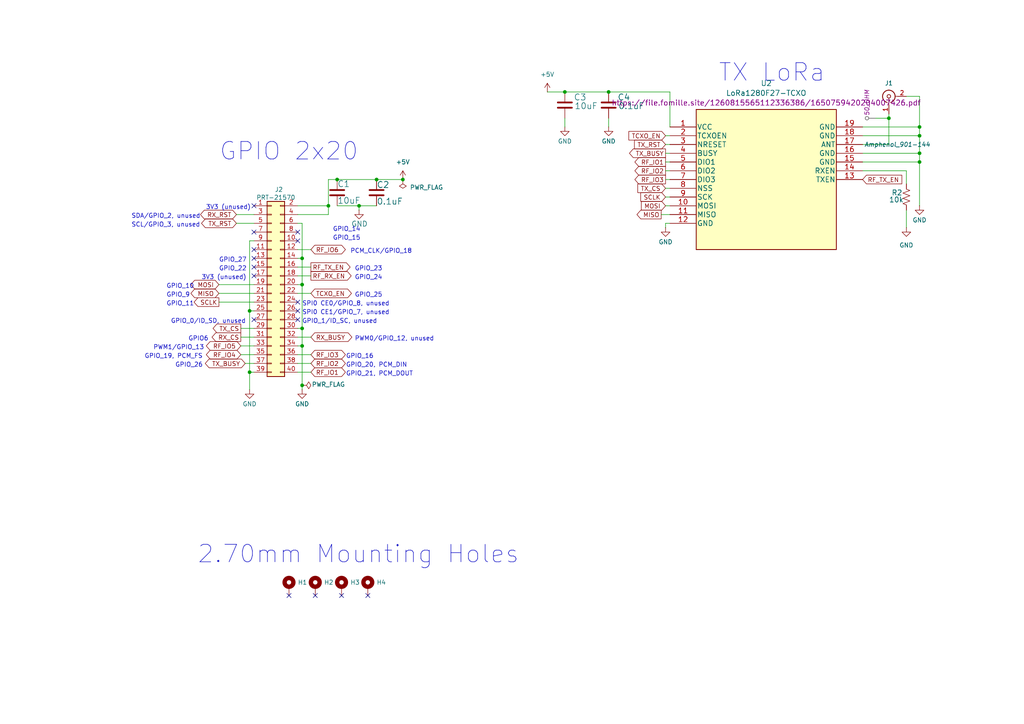
<source format=kicad_sch>
(kicad_sch (version 20231120) (generator "eeschema") (generator_version "8.0")
  (paper "A4")
  (title_block (title "Groundstation Hat") (date "1/22/24") (rev "v1.0") (company "Stanford University") (comment 1 "Jacob Rintamaki"))
  (lib_symbols
    (symbol "Connector:Conn_Coaxial" (pin_names (offset 1.016) hide)
      (property "Reference" "J" (at 0.254 3.048 0))
      (property "Value" "Conn_Coaxial" (at 2.921 0 90))
      (symbol "Conn_Coaxial_0_1"
        (arc (start -1.778 -0.508) (mid 0.2311 -1.8066) (end 1.778 0) (stroke (width 0.254)))
        (polyline (pts (xy -2.54 0) (xy -0.508 0)))
        (polyline (pts (xy 0 -2.54) (xy 0 -1.778)))
        (circle (center 0 0) (radius 0.508) (stroke (width 0.2032)))
        (arc (start 1.778 0) (mid 0.2099 1.8101) (end -1.778 0.508) (stroke (width 0.254)))
      )
      (symbol "Conn_Coaxial_1_1"
        (pin passive line (at -5.08 0 0) (length 2.54) (name "In") (number "1"))
        (pin passive line (at 0 -5.08 90) (length 2.54) (name "Ext") (number "2"))
      )
    )
    (symbol "Device:C" (pin_numbers hide) (pin_names (offset 0.254))
      (property "Reference" "C" (at 0.635 2.54 0))
      (property "Value" "C" (at 0.635 -2.54 0))
      (symbol "C_0_1"
        (polyline (pts (xy -2.032 -0.762) (xy 2.032 -0.762)) (stroke (width 0.508)))
        (polyline (pts (xy -2.032 0.762) (xy 2.032 0.762)) (stroke (width 0.508)))
      )
      (symbol "C_1_1"
        (pin passive line (at 0 3.81 270) (length 2.794) (name "~") (number "1"))
        (pin passive line (at 0 -3.81 90) (length 2.794) (name "~") (number "2"))
      )
    )
    (symbol "Device:R_US" (pin_numbers hide) (pin_names (offset 0))
      (property "Reference" "R" (at 2.54 0 90))
      (property "Value" "R_US" (at -2.54 0 90))
      (symbol "R_US_0_1"
        (polyline (pts (xy 0 -2.286) (xy 0 -2.54)))
        (polyline (pts (xy 0 2.286) (xy 0 2.54)))
        (polyline (pts (xy 0 -0.762) (xy 1.016 -1.143) (xy 0 -1.524) (xy -1.016 -1.905) (xy 0 -2.286)))
        (polyline (pts (xy 0 0.762) (xy 1.016 0.381) (xy 0 0) (xy -1.016 -0.381) (xy 0 -0.762)))
        (polyline (pts (xy 0 2.286) (xy 1.016 1.905) (xy 0 1.524) (xy -1.016 1.143) (xy 0 0.762)))
      )
      (symbol "R_US_1_1"
        (pin passive line (at 0 3.81 270) (length 1.27) (name "~") (number "1"))
        (pin passive line (at 0 -3.81 90) (length 1.27) (name "~") (number "2"))
      )
    )
    (symbol "Mechanical:MountingHole_Pad" (pin_numbers hide) (pin_names (offset 1.016) hide) (exclude_from_sim yes) (in_bom no)
      (property "Reference" "H" (at 0 6.35 0))
      (property "Value" "MountingHole_Pad" (at 0 4.445 0))
      (symbol "MountingHole_Pad_0_1"
        (circle (center 0 1.27) (radius 1.27) (stroke (width 1.27)))
      )
      (symbol "MountingHole_Pad_1_1"
        (pin input line (at 0 -2.54 90) (length 2.54) (name "1") (number "1"))
      )
    )
    (symbol "power:+5V" (power) (pin_numbers hide) (pin_names (offset 0) hide)
      (property "Value" "+5V" (at 0 3.556 0))
      (symbol "+5V_0_1"
        (polyline (pts (xy -0.762 1.27) (xy 0 2.54)))
        (polyline (pts (xy 0 0) (xy 0 2.54)))
        (polyline (pts (xy 0 2.54) (xy 0.762 1.27)))
      )
      (symbol "+5V_1_1"
        (pin power_in line (at 0 0 90) (length 0) (name "~") (number "1"))
      )
    )
    (symbol "power:GND" (power) (pin_numbers hide) (pin_names (offset 0) hide)
      (property "Value" "GND" (at 0 -3.81 0))
      (symbol "GND_0_1"
        (polyline (pts (xy 0 0) (xy 0 -1.27) (xy 1.27 -1.27) (xy 0 -2.54) (xy -1.27 -1.27) (xy 0 -1.27)))
      )
      (symbol "GND_1_1"
        (pin power_in line (at 0 0 270) (length 0) (name "~") (number "1"))
      )
    )
    (symbol "power:PWR_FLAG" (power) (pin_numbers hide) (pin_names (offset 0) hide)
      (property "Value" "PWR_FLAG" (at 0 3.81 0))
      (symbol "PWR_FLAG_0_0"
        (pin power_out line (at 0 0 90) (length 0) (name "~") (number "1"))
      )
      (symbol "PWR_FLAG_0_1"
        (polyline (pts (xy 0 0) (xy 0 1.27) (xy -1.016 1.905) (xy 0 2.54) (xy 1.016 1.905) (xy 0 1.27)))
      )
    )
    (symbol "ssi_IC:LORA1280F27-TCXO" (pin_names (offset 0.254))
      (property "Reference" "U" (at 27.94 10.16 0))
      (property "Value" "LoRa1280F27-TCXO" (at 27.94 7.62 0))
      (property "Datasheet" "https://file.fomille.site/1260815565112336386/1650759420204007426.pdf" (at 0 0 0))
      (symbol "LORA1280F27-TCXO_1_0"
        (pin bidirectional line (at 55.88 -5.08 180) (length 7.62) (name "ANT") (number "17"))
      )
      (symbol "LORA1280F27-TCXO_1_1"
        (rectangle (start 7.62 5.08) (end 48.26 -35.56) (stroke (width 0.254)) (fill (type background)))
        (pin power_in line (at 0 0 0) (length 7.62) (name "VCC") (number "1"))
        (pin input line (at 0 -22.86 0) (length 7.62) (name "MOSI") (number "10"))
        (pin output line (at 0 -25.4 0) (length 7.62) (name "MISO") (number "11"))
        (pin power_in line (at 0 -27.94 0) (length 7.62) (name "GND") (number "12"))
        (pin input line (at 55.88 -15.24 180) (length 7.62) (name "TXEN") (number "13"))
        (pin input line (at 55.88 -12.7 180) (length 7.62) (name "RXEN") (number "14"))
        (pin power_in line (at 55.88 -10.16 180) (length 7.62) (name "GND") (number "15"))
        (pin power_in line (at 55.88 -7.62 180) (length 7.62) (name "GND") (number "16"))
        (pin power_in line (at 55.88 -2.54 180) (length 7.62) (name "GND") (number "18"))
        (pin power_in line (at 55.88 0 180) (length 7.62) (name "GND") (number "19"))
        (pin input line (at 0 -2.54 0) (length 7.62) (name "TCXOEN") (number "2"))
        (pin input line (at 0 -5.08 0) (length 7.62) (name "NRESET") (number "3"))
        (pin output line (at 0 -7.62 0) (length 7.62) (name "BUSY") (number "4"))
        (pin output line (at 0 -10.16 0) (length 7.62) (name "DIO1") (number "5"))
        (pin output line (at 0 -12.7 0) (length 7.62) (name "DIO2") (number "6"))
        (pin output line (at 0 -15.24 0) (length 7.62) (name "DIO3") (number "7"))
        (pin input line (at 0 -17.78 0) (length 7.62) (name "NSS") (number "8"))
        (pin input line (at 0 -20.32 0) (length 7.62) (name "SCK") (number "9"))
      )
    )
    (symbol "ssi_connector:PRT-21570" (pin_names (offset 1.016) hide)
      (property "Reference" "J" (at 1.27 25.4 0))
      (property "Value" "PRT-21570" (at 1.27 -27.94 0))
      (symbol "PRT-21570_1_1"
        (rectangle (start -1.27 -25.273) (end 0 -25.527) (stroke (width 0.1524)))
        (rectangle (start -1.27 -22.733) (end 0 -22.987) (stroke (width 0.1524)))
        (rectangle (start -1.27 -20.193) (end 0 -20.447) (stroke (width 0.1524)))
        (rectangle (start -1.27 -17.653) (end 0 -17.907) (stroke (width 0.1524)))
        (rectangle (start -1.27 -15.113) (end 0 -15.367) (stroke (width 0.1524)))
        (rectangle (start -1.27 -12.573) (end 0 -12.827) (stroke (width 0.1524)))
        (rectangle (start -1.27 -10.033) (end 0 -10.287) (stroke (width 0.1524)))
        (rectangle (start -1.27 -7.493) (end 0 -7.747) (stroke (width 0.1524)))
        (rectangle (start -1.27 -4.953) (end 0 -5.207) (stroke (width 0.1524)))
        (rectangle (start -1.27 -2.413) (end 0 -2.667) (stroke (width 0.1524)))
        (rectangle (start -1.27 0.127) (end 0 -0.127) (stroke (width 0.1524)))
        (rectangle (start -1.27 2.667) (end 0 2.413) (stroke (width 0.1524)))
        (rectangle (start -1.27 5.207) (end 0 4.953) (stroke (width 0.1524)))
        (rectangle (start -1.27 7.747) (end 0 7.493) (stroke (width 0.1524)))
        (rectangle (start -1.27 10.287) (end 0 10.033) (stroke (width 0.1524)))
        (rectangle (start -1.27 12.827) (end 0 12.573) (stroke (width 0.1524)))
        (rectangle (start -1.27 15.367) (end 0 15.113) (stroke (width 0.1524)))
        (rectangle (start -1.27 17.907) (end 0 17.653) (stroke (width 0.1524)))
        (rectangle (start -1.27 20.447) (end 0 20.193) (stroke (width 0.1524)))
        (rectangle (start -1.27 22.987) (end 0 22.733) (stroke (width 0.1524)))
        (rectangle (start -1.27 24.13) (end 3.81 -26.67) (stroke (width 0.254)) (fill (type background)))
        (rectangle (start 3.81 -25.273) (end 2.54 -25.527) (stroke (width 0.1524)))
        (rectangle (start 3.81 -22.733) (end 2.54 -22.987) (stroke (width 0.1524)))
        (rectangle (start 3.81 -20.193) (end 2.54 -20.447) (stroke (width 0.1524)))
        (rectangle (start 3.81 -17.653) (end 2.54 -17.907) (stroke (width 0.1524)))
        (rectangle (start 3.81 -15.113) (end 2.54 -15.367) (stroke (width 0.1524)))
        (rectangle (start 3.81 -12.573) (end 2.54 -12.827) (stroke (width 0.1524)))
        (rectangle (start 3.81 -10.033) (end 2.54 -10.287) (stroke (width 0.1524)))
        (rectangle (start 3.81 -7.493) (end 2.54 -7.747) (stroke (width 0.1524)))
        (rectangle (start 3.81 -4.953) (end 2.54 -5.207) (stroke (width 0.1524)))
        (rectangle (start 3.81 -2.413) (end 2.54 -2.667) (stroke (width 0.1524)))
        (rectangle (start 3.81 0.127) (end 2.54 -0.127) (stroke (width 0.1524)))
        (rectangle (start 3.81 2.667) (end 2.54 2.413) (stroke (width 0.1524)))
        (rectangle (start 3.81 5.207) (end 2.54 4.953) (stroke (width 0.1524)))
        (rectangle (start 3.81 7.747) (end 2.54 7.493) (stroke (width 0.1524)))
        (rectangle (start 3.81 10.287) (end 2.54 10.033) (stroke (width 0.1524)))
        (rectangle (start 3.81 12.827) (end 2.54 12.573) (stroke (width 0.1524)))
        (rectangle (start 3.81 15.367) (end 2.54 15.113) (stroke (width 0.1524)))
        (rectangle (start 3.81 17.907) (end 2.54 17.653) (stroke (width 0.1524)))
        (rectangle (start 3.81 20.447) (end 2.54 20.193) (stroke (width 0.1524)))
        (rectangle (start 3.81 22.987) (end 2.54 22.733) (stroke (width 0.1524)))
        (pin passive line (at -5.08 22.86 0) (length 3.81) (name "Pin_1") (number "1"))
        (pin passive line (at 7.62 12.7 180) (length 3.81) (name "Pin_10") (number "10"))
        (pin passive line (at -5.08 10.16 0) (length 3.81) (name "Pin_11") (number "11"))
        (pin passive line (at 7.62 10.16 180) (length 3.81) (name "Pin_12") (number "12"))
        (pin passive line (at -5.08 7.62 0) (length 3.81) (name "Pin_13") (number "13"))
        (pin passive line (at 7.62 7.62 180) (length 3.81) (name "Pin_14") (number "14"))
        (pin passive line (at -5.08 5.08 0) (length 3.81) (name "Pin_15") (number "15"))
        (pin passive line (at 7.62 5.08 180) (length 3.81) (name "Pin_16") (number "16"))
        (pin passive line (at -5.08 2.54 0) (length 3.81) (name "Pin_17") (number "17"))
        (pin passive line (at 7.62 2.54 180) (length 3.81) (name "Pin_18") (number "18"))
        (pin passive line (at -5.08 0 0) (length 3.81) (name "Pin_19") (number "19"))
        (pin passive line (at 7.62 22.86 180) (length 3.81) (name "Pin_2") (number "2"))
        (pin passive line (at 7.62 0 180) (length 3.81) (name "Pin_20") (number "20"))
        (pin passive line (at -5.08 -2.54 0) (length 3.81) (name "Pin_21") (number "21"))
        (pin passive line (at 7.62 -2.54 180) (length 3.81) (name "Pin_22") (number "22"))
        (pin passive line (at -5.08 -5.08 0) (length 3.81) (name "Pin_23") (number "23"))
        (pin passive line (at 7.62 -5.08 180) (length 3.81) (name "Pin_24") (number "24"))
        (pin passive line (at -5.08 -7.62 0) (length 3.81) (name "Pin_25") (number "25"))
        (pin passive line (at 7.62 -7.62 180) (length 3.81) (name "Pin_26") (number "26"))
        (pin passive line (at -5.08 -10.16 0) (length 3.81) (name "Pin_27") (number "27"))
        (pin passive line (at 7.62 -10.16 180) (length 3.81) (name "Pin_28") (number "28"))
        (pin passive line (at -5.08 -12.7 0) (length 3.81) (name "Pin_29") (number "29"))
        (pin passive line (at -5.08 20.32 0) (length 3.81) (name "Pin_3") (number "3"))
        (pin passive line (at 7.62 -12.7 180) (length 3.81) (name "Pin_30") (number "30"))
        (pin passive line (at -5.08 -15.24 0) (length 3.81) (name "Pin_31") (number "31"))
        (pin passive line (at 7.62 -15.24 180) (length 3.81) (name "Pin_32") (number "32"))
        (pin passive line (at -5.08 -17.78 0) (length 3.81) (name "Pin_33") (number "33"))
        (pin passive line (at 7.62 -17.78 180) (length 3.81) (name "Pin_34") (number "34"))
        (pin passive line (at -5.08 -20.32 0) (length 3.81) (name "Pin_35") (number "35"))
        (pin passive line (at 7.62 -20.32 180) (length 3.81) (name "Pin_36") (number "36"))
        (pin passive line (at -5.08 -22.86 0) (length 3.81) (name "Pin_37") (number "37"))
        (pin passive line (at 7.62 -22.86 180) (length 3.81) (name "Pin_38") (number "38"))
        (pin passive line (at -5.08 -25.4 0) (length 3.81) (name "Pin_39") (number "39"))
        (pin passive line (at 7.62 20.32 180) (length 3.81) (name "Pin_4") (number "4"))
        (pin passive line (at 7.62 -25.4 180) (length 3.81) (name "Pin_40") (number "40"))
        (pin passive line (at -5.08 17.78 0) (length 3.81) (name "Pin_5") (number "5"))
        (pin passive line (at 7.62 17.78 180) (length 3.81) (name "Pin_6") (number "6"))
        (pin passive line (at -5.08 15.24 0) (length 3.81) (name "Pin_7") (number "7"))
        (pin passive line (at 7.62 15.24 180) (length 3.81) (name "Pin_8") (number "8"))
        (pin passive line (at -5.08 12.7 0) (length 3.81) (name "Pin_9") (number "9"))
      )
    )
  )
  (junction (at 87.63 82.55))
  (junction (at 87.63 95.25))
  (junction (at 97.79 52.07))
  (junction (at 266.7 44.45))
  (junction (at 116.84 52.07))
  (junction (at 266.7 36.83))
  (junction (at 72.39 90.17))
  (junction (at 266.7 39.37))
  (junction (at 87.63 100.33))
  (junction (at 87.63 111.76))
  (junction (at 176.53 26.67))
  (junction (at 104.14 59.69))
  (junction (at 87.63 74.93))
  (junction (at 72.39 107.95))
  (junction (at 163.83 26.67))
  (junction (at 95.25 59.69))
  (junction (at 257.81 34.29))
  (junction (at 109.22 52.07))
  (junction (at 266.7 46.99))
  (no_connect (at 99.06 172.72))
  (no_connect (at 73.66 77.47))
  (no_connect (at 86.36 87.63))
  (no_connect (at 86.36 67.31))
  (no_connect (at 73.66 67.31))
  (no_connect (at 73.66 72.39))
  (no_connect (at 86.36 69.85))
  (no_connect (at 86.36 90.17))
  (no_connect (at 91.44 172.72))
  (no_connect (at 106.68 172.72))
  (no_connect (at 73.66 59.69))
  (no_connect (at 83.82 172.72))
  (no_connect (at 73.66 74.93))
  (no_connect (at 73.66 80.01))
  (no_connect (at 73.66 92.71))
  (no_connect (at 86.36 92.71))
  (wire (pts (xy 68.58 62.23) (xy 73.66 62.23)))
  (wire (pts (xy 193.04 46.99) (xy 194.31 46.99)))
  (wire (pts (xy 193.04 39.37) (xy 194.31 39.37)))
  (wire (pts (xy 193.04 49.53) (xy 194.31 49.53)))
  (wire (pts (xy 250.19 41.91) (xy 257.81 41.91)))
  (wire (pts (xy 72.39 90.17) (xy 73.66 90.17)))
  (wire (pts (xy 109.22 52.07) (xy 116.84 52.07)))
  (wire (pts (xy 86.36 77.47) (xy 90.17 77.47)))
  (wire (pts (xy 87.63 64.77) (xy 86.36 64.77)))
  (wire (pts (xy 72.39 90.17) (xy 72.39 107.95)))
  (wire (pts (xy 193.04 54.61) (xy 194.31 54.61)))
  (wire (pts (xy 63.5 82.55) (xy 73.66 82.55)))
  (wire (pts (xy 69.85 95.25) (xy 73.66 95.25)))
  (wire (pts (xy 86.36 100.33) (xy 87.63 100.33)))
  (wire (pts (xy 193.04 44.45) (xy 194.31 44.45)))
  (wire (pts (xy 72.39 107.95) (xy 73.66 107.95)))
  (wire (pts (xy 193.04 52.07) (xy 194.31 52.07)))
  (wire (pts (xy 250.19 36.83) (xy 266.7 36.83)))
  (wire (pts (xy 257.81 34.29) (xy 257.81 41.91)))
  (wire (pts (xy 266.7 46.99) (xy 266.7 59.69)))
  (wire (pts (xy 86.36 59.69) (xy 95.25 59.69)))
  (wire (pts (xy 250.19 39.37) (xy 266.7 39.37)))
  (wire (pts (xy 104.14 59.69) (xy 104.14 60.96)))
  (wire (pts (xy 266.7 44.45) (xy 266.7 46.99)))
  (wire (pts (xy 176.53 34.29) (xy 176.53 36.83)))
  (wire (pts (xy 97.79 59.69) (xy 104.14 59.69)))
  (wire (pts (xy 191.77 62.23) (xy 194.31 62.23)))
  (wire (pts (xy 254 34.29) (xy 257.81 34.29)))
  (wire (pts (xy 266.7 27.94) (xy 266.7 36.83)))
  (wire (pts (xy 176.53 26.67) (xy 194.31 26.67)))
  (wire (pts (xy 266.7 39.37) (xy 266.7 44.45)))
  (wire (pts (xy 257.81 33.02) (xy 257.81 34.29)))
  (wire (pts (xy 262.89 49.53) (xy 262.89 53.34)))
  (wire (pts (xy 87.63 64.77) (xy 87.63 74.93)))
  (wire (pts (xy 266.7 36.83) (xy 266.7 39.37)))
  (wire (pts (xy 250.19 46.99) (xy 266.7 46.99)))
  (wire (pts (xy 69.85 102.87) (xy 73.66 102.87)))
  (wire (pts (xy 86.36 82.55) (xy 87.63 82.55)))
  (wire (pts (xy 104.14 59.69) (xy 109.22 59.69)))
  (wire (pts (xy 87.63 82.55) (xy 87.63 95.25)))
  (wire (pts (xy 163.83 34.29) (xy 163.83 36.83)))
  (wire (pts (xy 193.04 41.91) (xy 194.31 41.91)))
  (wire (pts (xy 87.63 111.76) (xy 87.63 100.33)))
  (wire (pts (xy 86.36 72.39) (xy 90.17 72.39)))
  (wire (pts (xy 158.75 26.67) (xy 163.83 26.67)))
  (wire (pts (xy 193.04 57.15) (xy 194.31 57.15)))
  (wire (pts (xy 95.25 62.23) (xy 95.25 59.69)))
  (wire (pts (xy 72.39 69.85) (xy 73.66 69.85)))
  (wire (pts (xy 95.25 52.07) (xy 97.79 52.07)))
  (wire (pts (xy 86.36 97.79) (xy 90.17 97.79)))
  (wire (pts (xy 72.39 90.17) (xy 72.39 69.85)))
  (wire (pts (xy 87.63 95.25) (xy 86.36 95.25)))
  (wire (pts (xy 250.19 49.53) (xy 262.89 49.53)))
  (wire (pts (xy 95.25 52.07) (xy 95.25 59.69)))
  (wire (pts (xy 194.31 26.67) (xy 194.31 36.83)))
  (wire (pts (xy 87.63 95.25) (xy 87.63 100.33)))
  (wire (pts (xy 72.39 113.03) (xy 72.39 107.95)))
  (wire (pts (xy 193.04 64.77) (xy 194.31 64.77)))
  (wire (pts (xy 163.83 26.67) (xy 176.53 26.67)))
  (wire (pts (xy 86.36 102.87) (xy 90.17 102.87)))
  (wire (pts (xy 86.36 62.23) (xy 95.25 62.23)))
  (wire (pts (xy 86.36 85.09) (xy 90.17 85.09)))
  (wire (pts (xy 68.58 64.77) (xy 73.66 64.77)))
  (wire (pts (xy 193.04 64.77) (xy 193.04 66.04)))
  (wire (pts (xy 87.63 74.93) (xy 87.63 82.55)))
  (wire (pts (xy 71.12 105.41) (xy 73.66 105.41)))
  (wire (pts (xy 97.79 52.07) (xy 109.22 52.07)))
  (wire (pts (xy 63.5 87.63) (xy 73.66 87.63)))
  (wire (pts (xy 262.89 27.94) (xy 266.7 27.94)))
  (wire (pts (xy 86.36 107.95) (xy 90.17 107.95)))
  (wire (pts (xy 69.85 97.79) (xy 73.66 97.79)))
  (wire (pts (xy 86.36 74.93) (xy 87.63 74.93)))
  (wire (pts (xy 86.36 80.01) (xy 90.17 80.01)))
  (wire (pts (xy 87.63 113.03) (xy 87.63 111.76)))
  (wire (pts (xy 63.5 85.09) (xy 73.66 85.09)))
  (wire (pts (xy 193.04 59.69) (xy 194.31 59.69)))
  (wire (pts (xy 69.85 100.33) (xy 73.66 100.33)))
  (wire (pts (xy 262.89 60.96) (xy 262.89 66.04)))
  (wire (pts (xy 250.19 44.45) (xy 266.7 44.45)))
  (wire (pts (xy 86.36 105.41) (xy 90.17 105.41)))
  (text "3V3 (unused)" (at 59.69 60.96 0) (effects (font (size 1.27 1.27)) (justify left bottom)))
  (text "GPIO_21, PCM_DOUT" (at 100.33 109.22 0) (effects (font (size 1.27 1.27)) (justify left bottom)))
  (text "PCM_CLK/GPIO_18" (at 101.6 73.66 0) (effects (font (size 1.27 1.27)) (justify left bottom)))
  (text "SCL/GPIO_3, unused" (at 38.1 66.04 0) (effects (font (size 1.27 1.27)) (justify left bottom)))
  (text "GPIO_14" (at 96.52 67.31 0) (effects (font (size 1.27 1.27)) (justify left bottom)))
  (text "GPIO_24" (at 102.87 81.28 0) (effects (font (size 1.27 1.27)) (justify left bottom)))
  (text "PWM1/GPIO_13" (at 44.45 101.6 0) (effects (font (size 1.27 1.27)) (justify left bottom)))
  (text "PWM0/GPIO_12, unused" (at 102.87 99.06 0) (effects (font (size 1.27 1.27)) (justify left bottom)))
  (text "GPIO_20, PCM_DIN" (at 100.33 106.68 0) (effects (font (size 1.27 1.27)) (justify left bottom)))
  (text "SDA/GPIO_2, unused" (at 38.1 63.5 0) (effects (font (size 1.27 1.27)) (justify left bottom)))
  (text "GPIO_9" (at 48.26 86.36 0) (effects (font (size 1.27 1.27)) (justify left bottom)))
  (text "GPIO_23" (at 102.87 78.74 0) (effects (font (size 1.27 1.27)) (justify left bottom)))
  (text "GPIO_19, PCM_FS" (at 41.91 104.14 0) (effects (font (size 1.27 1.27)) (justify left bottom)))
  (text "GPIO_11" (at 48.26 88.9 0) (effects (font (size 1.27 1.27)) (justify left bottom)))
  (text "GPIO_22" (at 63.5 78.74 0) (effects (font (size 1.27 1.27)) (justify left bottom)))
  (text "GPIO_25" (at 102.87 86.36 0) (effects (font (size 1.27 1.27)) (justify left bottom)))
  (text "SPI0 CE1/GPIO_7, unused" (at 87.63 91.44 0) (effects (font (size 1.27 1.27)) (justify left bottom)))
  (text "SPI0 CE0/GPIO_8, unused" (at 87.63 88.9 0) (effects (font (size 1.27 1.27)) (justify left bottom)))
  (text "GPIO_27" (at 63.5 76.2 0) (effects (font (size 1.27 1.27)) (justify left bottom)))
  (text "GPIO_15" (at 96.52 69.85 0) (effects (font (size 1.27 1.27)) (justify left bottom)))
  (text "2.70mm Mounting Holes" (at 57.15 163.83 0) (effects (font (size 5.08 5.08)) (justify left bottom)))
  (text "3V3 (unused)" (at 58.42 81.28 0) (effects (font (size 1.27 1.27)) (justify left bottom)))
  (text "TX LoRa" (at 208.28 24.13 0) (effects (font (size 5.08 5.08)) (justify left bottom)))
  (text "GPIO_16" (at 100.33 104.14 0) (effects (font (size 1.27 1.27)) (justify left bottom)))
  (text "GPIO_0/ID_SD, unused" (at 49.53 93.98 0) (effects (font (size 1.27 1.27)) (justify left bottom)))
  (text "GPIO_26" (at 50.8 106.68 0) (effects (font (size 1.27 1.27)) (justify left bottom)))
  (text "GPIO_10" (at 48.26 83.82 0) (effects (font (size 1.27 1.27)) (justify left bottom)))
  (text "GPIO6" (at 54.61 99.06 0) (effects (font (size 1.27 1.27)) (justify left bottom)))
  (text "GPIO 2x20" (at 63.5 46.99 0) (effects (font (size 5.08 5.08)) (justify left bottom)))
  (text "GPIO_1/ID_SC, unused" (at 87.63 93.98 0) (effects (font (size 1.27 1.27)) (justify left bottom)))
  (global_label "TX_BUSY" (shape output) (at 193.04 44.45 180) (property "Intersheetrefs" "${INTERSHEET_REFS}" (effects (hide yes))))
  (global_label "RX_BUSY" (shape bidirectional) (at 90.17 97.79 0) (property "Intersheetrefs" "${INTERSHEET_REFS}" (effects (hide yes))))
  (global_label "TX_BUSY" (shape bidirectional) (at 71.12 105.41 180) (property "Intersheetrefs" "${INTERSHEET_REFS}" (effects (hide yes))))
  (global_label "MISO" (shape bidirectional) (at 63.5 85.09 180) (property "Intersheetrefs" "${INTERSHEET_REFS}" (effects (hide yes))))
  (global_label "TX_CS" (shape input) (at 193.04 54.61 180) (property "Intersheetrefs" "${INTERSHEET_REFS}" (effects (hide yes))))
  (global_label "MISO" (shape output) (at 191.77 62.23 180) (property "Intersheetrefs" "${INTERSHEET_REFS}" (effects (hide yes))))
  (global_label "RF_IO3" (shape bidirectional) (at 90.17 102.87 0) (property "Intersheetrefs" "${INTERSHEET_REFS}" (effects (hide yes))))
  (global_label "RF_IO3" (shape output) (at 193.04 52.07 180) (property "Intersheetrefs" "${INTERSHEET_REFS}" (effects (hide yes))))
  (global_label "TX_RST" (shape bidirectional) (at 68.58 64.77 180) (property "Intersheetrefs" "${INTERSHEET_REFS}" (effects (hide yes))))
  (global_label "RF_TX_EN" (shape output) (at 90.17 77.47 0) (property "Intersheetrefs" "${INTERSHEET_REFS}" (effects (hide yes))))
  (global_label "RF_IO4" (shape bidirectional) (at 69.85 102.87 180) (property "Intersheetrefs" "${INTERSHEET_REFS}" (effects (hide yes))))
  (global_label "TCXO_EN" (shape bidirectional) (at 90.17 85.09 0) (property "Intersheetrefs" "${INTERSHEET_REFS}" (effects (hide yes))))
  (global_label "TX_CS" (shape output) (at 69.85 95.25 180) (property "Intersheetrefs" "${INTERSHEET_REFS}" (effects (hide yes))))
  (global_label "RF_IO5" (shape bidirectional) (at 69.85 100.33 180) (property "Intersheetrefs" "${INTERSHEET_REFS}" (effects (hide yes))))
  (global_label "MOSI" (shape input) (at 193.04 59.69 180) (property "Intersheetrefs" "${INTERSHEET_REFS}" (effects (hide yes))))
  (global_label "RF_IO2" (shape bidirectional) (at 90.17 105.41 0) (property "Intersheetrefs" "${INTERSHEET_REFS}" (effects (hide yes))))
  (global_label "RF_IO1" (shape output) (at 193.04 46.99 180) (property "Intersheetrefs" "${INTERSHEET_REFS}" (effects (hide yes))))
  (global_label "RF_RX_EN" (shape output) (at 90.17 80.01 0) (property "Intersheetrefs" "${INTERSHEET_REFS}" (effects (hide yes))))
  (global_label "RF_IO1" (shape bidirectional) (at 90.17 107.95 0) (property "Intersheetrefs" "${INTERSHEET_REFS}" (effects (hide yes))))
  (global_label "SCLK" (shape output) (at 63.5 87.63 180) (property "Intersheetrefs" "${INTERSHEET_REFS}" (effects (hide yes))))
  (global_label "RF_TX_EN" (shape input) (at 250.19 52.07 0) (property "Intersheetrefs" "${INTERSHEET_REFS}" (effects (hide yes))))
  (global_label "RF_IO6" (shape bidirectional) (at 90.17 72.39 0) (property "Intersheetrefs" "${INTERSHEET_REFS}" (effects (hide yes))))
  (global_label "MOSI" (shape bidirectional) (at 63.5 82.55 180) (property "Intersheetrefs" "${INTERSHEET_REFS}" (effects (hide yes))))
  (global_label "SCLK" (shape input) (at 193.04 57.15 180) (property "Intersheetrefs" "${INTERSHEET_REFS}" (effects (hide yes))))
  (global_label "RX_CS" (shape output) (at 69.85 97.79 180) (property "Intersheetrefs" "${INTERSHEET_REFS}" (effects (hide yes))))
  (global_label "RX_RST" (shape bidirectional) (at 68.58 62.23 180) (property "Intersheetrefs" "${INTERSHEET_REFS}" (effects (hide yes))))
  (global_label "TCXO_EN" (shape input) (at 193.04 39.37 180) (property "Intersheetrefs" "${INTERSHEET_REFS}" (effects (hide yes))))
  (global_label "RF_IO2" (shape output) (at 193.04 49.53 180) (property "Intersheetrefs" "${INTERSHEET_REFS}" (effects (hide yes))))
  (global_label "TX_RST" (shape input) (at 193.04 41.91 180) (property "Intersheetrefs" "${INTERSHEET_REFS}" (effects (hide yes))))
  (netclass_flag "" (length 2.54) (shape round) (at 254 34.29 90) (property "Netclass" "50_OHM" (at 251.46 33.5915 90) (effects (font (italic yes)) (justify left))))
  (symbol (lib_id "Mechanical:MountingHole_Pad") (at 106.68 170.18 0) (unit 1) (exclude_from_sim yes) (in_bom no)
    (property "Reference" "H4" (at 109.22 168.91 0) (effects (justify left)))
    (property "Value" "MountingHole" (effects (hide yes)))
    (property "Footprint" "MountingHole:MountingHole_2.7mm_M2.5_DIN965_Pad" (effects (hide yes)))
    (property "Description" "Mounting Hole with connection" (effects (hide yes)))
  )
  (symbol (lib_id "Mechanical:MountingHole_Pad") (at 99.06 170.18 0) (unit 1) (exclude_from_sim yes) (in_bom no)
    (property "Reference" "H3" (at 101.6 168.91 0) (effects (justify left)))
    (property "Value" "MountingHole" (effects (hide yes)))
    (property "Footprint" "MountingHole:MountingHole_2.7mm_M2.5_DIN965_Pad" (effects (hide yes)))
    (property "Description" "Mounting Hole with connection" (effects (hide yes)))
  )
  (symbol (lib_id "Device:C") (at 109.22 55.88 0) (unit 1)
    (property "Reference" "C2" (at 109.22 54.61 0) (effects (font (size 1.778 1.778)) (justify left bottom)))
    (property "Value" "0.1uF" (at 109.22 59.436 0) (effects (font (size 1.778 1.778)) (justify left bottom)))
    (property "Footprint" "Capacitor_SMD:C_0603_1608Metric" (effects (hide yes)))
    (property "Description" "Unpolarized capacitor" (effects (hide yes)))
  )
  (symbol (lib_id "power:+5V") (at 158.75 26.67 0) (unit 1)
    (property "Reference" "#PWR014" (effects (hide yes)))
    (property "Value" "+5V" (at 158.75 21.59 0))
  )
  (symbol (lib_id "Mechanical:MountingHole_Pad") (at 91.44 170.18 0) (unit 1) (exclude_from_sim yes) (in_bom no)
    (property "Reference" "H2" (at 93.98 168.91 0) (effects (justify left)))
    (property "Value" "MountingHole" (effects (hide yes)))
    (property "Footprint" "MountingHole:MountingHole_2.7mm_M2.5_DIN965_Pad" (effects (hide yes)))
    (property "Description" "Mounting Hole with connection" (effects (hide yes)))
  )
  (symbol (lib_id "Connector:Conn_Coaxial") (at 257.81 27.94 90) (unit 1)
    (property "Reference" "J1" (at 257.81 24.13 90))
    (property "Value" "Amphenol_901-144" (at 260.35 41.91 90) (effects (font (italic yes))))
    (property "Footprint" "Connector_Coaxial:SMA_Amphenol_132289_EdgeMount" (effects (hide yes)))
    (property "Datasheet" "https://www.amphenolrf.com/library/download/link/link_id/593640/parent/901-144/" (effects (hide yes)))
    (property "Description" "Amphenol RF SMA" (effects (hide yes)))
    (property "Flight" "901-144" (effects (hide yes)))
    (property "Manufacturer_Name" "Amphenol" (effects (hide yes)))
    (property "Manufacturer_Part_Number" "901-144" (effects (hide yes)))
    (property "Proto" "901-144" (effects (hide yes)))
  )
  (symbol (lib_id "power:GND") (at 163.83 36.83 0) (unit 1)
    (property "Reference" "#PWR01" (effects (hide yes)))
    (property "Value" "GND" (at 163.83 40.9655 0))
  )
  (symbol (lib_id "power:GND") (at 72.39 113.03 0) (unit 1)
    (property "Reference" "#PWR05" (effects (hide yes)))
    (property "Value" "GND" (at 72.39 117.1655 0))
  )
  (symbol (lib_id "Device:C") (at 163.83 30.48 0) (unit 1)
    (property "Reference" "C3" (at 166.37 28.194 0) (effects (font (size 1.778 1.778)) (justify left)))
    (property "Value" "10uF" (at 166.5732 30.734 0) (effects (font (size 1.778 1.778)) (justify left)))
    (property "Footprint" "Capacitor_SMD:C_0603_1608Metric" (effects (hide yes)))
    (property "Description" "Unpolarized capacitor" (effects (hide yes)))
  )
  (symbol (lib_id "power:GND") (at 87.63 113.03 0) (unit 1)
    (property "Reference" "#PWR06" (effects (hide yes)))
    (property "Value" "GND" (at 87.63 117.1655 0))
  )
  (symbol (lib_id "ssi_IC:LORA1280F27-TCXO") (at 194.31 36.83 0) (unit 1)
    (property "Reference" "U2" (at 222.25 24.1598 0) (effects (font (size 1.524 1.524))))
    (property "Value" "LoRa1280F27-TCXO" (at 222.25 26.9927 0) (effects (font (size 1.524 1.524))))
    (property "Footprint" "ssi_IC:LORA128XF27" (effects (hide yes)))
    (property "Datasheet" "https://file.fomille.site/1260815565112336386/1650759420204007426.pdf" (at 222.25 29.8256 0) (effects (font (size 1.524 1.524))))
  )
  (symbol (lib_id "power:+5V") (at 116.84 52.07 0) (unit 1)
    (property "Reference" "#PWR013" (effects (hide yes)))
    (property "Value" "+5V" (at 116.84 46.99 0))
  )
  (symbol (lib_id "Mechanical:MountingHole_Pad") (at 83.82 170.18 0) (unit 1) (exclude_from_sim yes) (in_bom no)
    (property "Reference" "H1" (at 86.36 168.91 0) (effects (justify left)))
    (property "Value" "MountingHole" (effects (hide yes)))
    (property "Footprint" "MountingHole:MountingHole_2.7mm_M2.5_DIN965_Pad" (effects (hide yes)))
    (property "Description" "Mounting Hole with connection" (effects (hide yes)))
  )
  (symbol (lib_id "power:GND") (at 193.04 66.04 0) (unit 1)
    (property "Reference" "#PWR08" (effects (hide yes)))
    (property "Value" "GND" (at 193.04 70.1755 0))
  )
  (symbol (lib_id "power:PWR_FLAG") (at 116.84 52.07 180) (unit 1)
    (property "Reference" "#FLG01" (effects (hide yes)))
    (property "Value" "PWR_FLAG" (at 123.698 54.356 0))
    (property "Description" "Special symbol for telling ERC where power comes from" (effects (hide yes)))
  )
  (symbol (lib_id "power:GND") (at 266.7 59.69 0) (unit 1)
    (property "Reference" "#PWR09" (effects (hide yes)))
    (property "Value" "GND" (at 266.7 63.8255 0))
  )
  (symbol (lib_id "Device:C") (at 97.79 55.88 0) (unit 1)
    (property "Reference" "C1" (at 97.79 54.356 0) (effects (font (size 1.778 1.778)) (justify left bottom)))
    (property "Value" "10uF" (at 97.79 59.182 0) (effects (font (size 1.778 1.778)) (justify left bottom)))
    (property "Footprint" "Capacitor_SMD:C_0603_1608Metric" (effects (hide yes)))
    (property "Description" "Unpolarized capacitor" (effects (hide yes)))
  )
  (symbol (lib_id "Device:R_US") (at 262.89 57.15 180) (unit 1)
    (property "Reference" "R2" (at 258.572 55.88 0) (effects (font (size 1.4986 1.4986)) (justify right)))
    (property "Value" "10k" (at 257.81 57.912 0) (effects (font (size 1.4986 1.4986)) (justify right)))
    (property "Footprint" "Resistor_SMD:R_0603_1608Metric" (effects (hide yes)))
    (property "Description" "Resistor, US symbol" (effects (hide yes)))
  )
  (symbol (lib_id "ssi_connector:PRT-21570") (at 78.74 82.55 0) (unit 1)
    (property "Reference" "J2" (at 80.899 54.975 0))
    (property "Value" "PRT-21570" (at 80.01 57.277 0))
    (property "Footprint" "ssi_connector:PRT-21570" (effects (hide yes)))
    (property "Datasheet" "https://cdn.sparkfun.com/assets/0/8/d/b/2/DS-16764-2_X_20_Pin_Extended_GPIO_Header_-_Female_-_13.5mm_9.80mm.pdf" (effects (hide yes)))
    (property "Description" "Stacking 2x20 header" (effects (hide yes)))
  )
  (symbol (lib_id "power:GND") (at 176.53 36.83 0) (unit 1)
    (property "Reference" "#PWR07" (effects (hide yes)))
    (property "Value" "GND" (at 176.53 40.9655 0))
  )
  (symbol (lib_id "power:GND") (at 104.14 60.96 0) (unit 1)
    (property "Reference" "#GND01" (effects (hide yes)))
    (property "Value" "GND" (at 101.854 65.786 0) (effects (font (size 1.4986 1.4986)) (justify left bottom)))
  )
  (symbol (lib_id "Device:C") (at 176.53 30.48 0) (unit 1)
    (property "Reference" "C4" (at 179.07 28.194 0) (effects (font (size 1.778 1.778)) (justify left)))
    (property "Value" "0.1uF" (at 179.2732 30.734 0) (effects (font (size 1.778 1.778)) (justify left)))
    (property "Footprint" "Capacitor_SMD:C_0603_1608Metric" (effects (hide yes)))
    (property "Description" "Unpolarized capacitor" (effects (hide yes)))
  )
  (symbol (lib_id "power:PWR_FLAG") (at 87.63 111.76 270) (unit 1)
    (property "Reference" "#FLG02" (effects (hide yes)))
    (property "Value" "PWR_FLAG" (at 95.25 111.506 90))
    (property "Description" "Special symbol for telling ERC where power comes from" (effects (hide yes)))
  )
  (symbol (lib_id "power:GND") (at 262.89 66.04 0) (unit 1)
    (property "Reference" "#PWR02" (effects (hide yes)))
    (property "Value" "GND" (at 262.89 71.12 0))
  )
)
</source>
